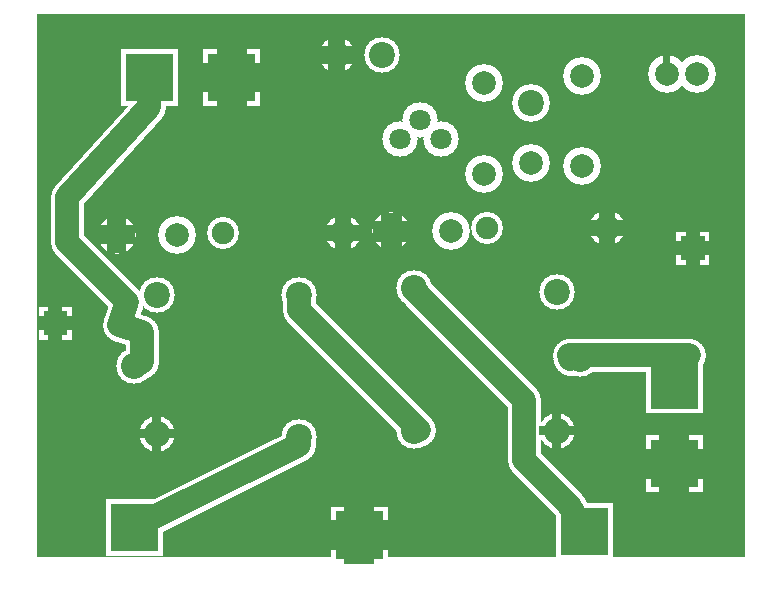
<source format=gbr>
%FSLAX34Y34*%
%MOMM*%
%LNCOPPER_TOP*%
G71*
G01*
%ADD10C,3.000*%
%ADD11C,3.000*%
%ADD12C,3.200*%
%ADD13C,2.700*%
%ADD14C,2.800*%
%ADD15C,2.800*%
%ADD16C,1.380*%
%ADD17C,0.733*%
%ADD18C,1.745*%
%ADD19C,1.452*%
%ADD20C,1.193*%
%ADD21C,1.657*%
%ADD22C,2.533*%
%ADD23C,0.667*%
%ADD24C,0.813*%
%ADD25C,2.200*%
%ADD26C,1.800*%
%ADD27C,2.000*%
%ADD28C,1.900*%
%ADD29C,2.000*%
%ADD30C,4.300*%
%LPD*%
G36*
X-177800Y174500D02*
X422200Y174500D01*
X422200Y-285500D01*
X-177800Y-285500D01*
X-177800Y174500D01*
G37*
%LPC*%
X44450Y-184150D02*
G54D10*
D03*
X-76200Y-180976D02*
G54D10*
D03*
X44450Y-63500D02*
G54D10*
D03*
X-76200Y-63500D02*
G54D10*
D03*
X-95013Y-123825D02*
G54D10*
D03*
G36*
X-106550Y144650D02*
X-58550Y144650D01*
X-58550Y96650D01*
X-106550Y96650D01*
X-106550Y144650D01*
G37*
G36*
X-119250Y-236350D02*
X-71250Y-236350D01*
X-71250Y-284350D01*
X-119250Y-284350D01*
X-119250Y-236350D01*
G37*
G36*
X261750Y-239525D02*
X309750Y-239525D01*
X309750Y-287525D01*
X261750Y-287525D01*
X261750Y-239525D01*
G37*
X141944Y-57762D02*
G54D10*
D03*
X262594Y-60936D02*
G54D10*
D03*
X141944Y-178412D02*
G54D10*
D03*
X262594Y-178412D02*
G54D10*
D03*
X281881Y-118087D02*
G54D10*
D03*
X164696Y68357D02*
G54D11*
D03*
X147121Y84256D02*
G54D11*
D03*
X129505Y68322D02*
G54D11*
D03*
X-110066Y-12446D02*
G54D12*
D03*
X-59086Y-12334D02*
G54D12*
D03*
X81743Y-10870D02*
G54D13*
D03*
X-19857Y-10870D02*
G54D13*
D03*
X81743Y-10870D02*
G54D14*
D03*
X81743Y-10870D02*
G54D10*
D03*
X-110066Y-12446D02*
G54D10*
D03*
X122405Y-9537D02*
G54D12*
D03*
X173385Y-9424D02*
G54D12*
D03*
X304938Y-7072D02*
G54D13*
D03*
X203338Y-7072D02*
G54D13*
D03*
X304938Y-7072D02*
G54D14*
D03*
X304938Y-7072D02*
G54D10*
D03*
X122405Y-9536D02*
G54D10*
D03*
X240919Y99310D02*
G54D12*
D03*
X241032Y48330D02*
G54D12*
D03*
X240919Y99310D02*
G54D10*
D03*
X201011Y39318D02*
G54D12*
D03*
X201061Y115568D02*
G54D12*
D03*
X283561Y45668D02*
G54D12*
D03*
X283611Y121918D02*
G54D12*
D03*
X76200Y139700D02*
G54D10*
D03*
X-76200Y-180976D02*
G54D10*
D03*
X262594Y-178412D02*
G54D10*
D03*
X114300Y139700D02*
G54D10*
D03*
G54D15*
X-95250Y-260350D02*
X44450Y-190500D01*
X44450Y-184150D01*
G54D15*
X141944Y-178412D02*
X146050Y-177800D01*
X44450Y-76200D01*
X44450Y-63500D01*
G54D15*
X141944Y-57762D02*
X146050Y-63500D01*
X234950Y-152400D01*
X234950Y-203200D01*
X273050Y-241300D01*
X285750Y-263525D01*
G54D15*
X371450Y-117500D02*
X374650Y-114300D01*
X273050Y-114300D01*
X273706Y-118087D01*
G36*
X337950Y-115700D02*
X385950Y-115700D01*
X385950Y-163700D01*
X337950Y-163700D01*
X337950Y-115700D01*
G37*
G36*
X391800Y-9800D02*
X391800Y-37800D01*
X363800Y-37800D01*
X363800Y-9800D01*
X391800Y-9800D01*
G37*
X-110066Y-12446D02*
G54D10*
D03*
G36*
X71250Y-242700D02*
X119250Y-242700D01*
X119250Y-290700D01*
X71250Y-290700D01*
X71250Y-242700D01*
G37*
G36*
X337950Y-182375D02*
X385950Y-182375D01*
X385950Y-230375D01*
X337950Y-230375D01*
X337950Y-182375D01*
G37*
G54D15*
X-82550Y120650D02*
X-82550Y95250D01*
X-152400Y19050D01*
X-152400Y-19050D01*
X-101600Y-69850D01*
X-107950Y-88900D01*
X-88900Y-95250D01*
X-88900Y-120650D01*
X-95013Y-123825D01*
X355500Y123700D02*
G54D12*
D03*
X381000Y123700D02*
G54D12*
D03*
G36*
X-36700Y144650D02*
X11300Y144650D01*
X11300Y96650D01*
X-36700Y96650D01*
X-36700Y144650D01*
G37*
G36*
X-147950Y-73300D02*
X-147950Y-101300D01*
X-175950Y-101300D01*
X-175950Y-73300D01*
X-147950Y-73300D01*
G37*
%LPD*%
G54D16*
G36*
X74843Y-10870D02*
X74843Y3630D01*
X88643Y3630D01*
X88643Y-10870D01*
X74843Y-10870D01*
G37*
G36*
X81743Y-3970D02*
X96243Y-3970D01*
X96243Y-17770D01*
X81743Y-17770D01*
X81743Y-3970D01*
G37*
G36*
X88643Y-10870D02*
X88643Y-25370D01*
X74843Y-25370D01*
X74843Y-10870D01*
X88643Y-10870D01*
G37*
G36*
X81743Y-17770D02*
X67243Y-17770D01*
X67243Y-3970D01*
X81743Y-3970D01*
X81743Y-17770D01*
G37*
G54D17*
G36*
X81743Y-14537D02*
X66243Y-14537D01*
X66243Y-7204D01*
X81743Y-7204D01*
X81743Y-14537D01*
G37*
G36*
X78076Y-10870D02*
X78076Y4630D01*
X85409Y4630D01*
X85409Y-10870D01*
X78076Y-10870D01*
G37*
G36*
X81743Y-7204D02*
X97243Y-7204D01*
X97243Y-14537D01*
X81743Y-14537D01*
X81743Y-7204D01*
G37*
G36*
X85409Y-10870D02*
X85409Y-26370D01*
X78076Y-26370D01*
X78076Y-10870D01*
X85409Y-10870D01*
G37*
G54D17*
G36*
X-110066Y-8779D02*
X-94566Y-8779D01*
X-94566Y-16113D01*
X-110066Y-16113D01*
X-110066Y-8779D01*
G37*
G36*
X-106399Y-12446D02*
X-106399Y-27946D01*
X-113733Y-27946D01*
X-113733Y-12446D01*
X-106399Y-12446D01*
G37*
G36*
X-110066Y-16113D02*
X-125566Y-16113D01*
X-125566Y-8779D01*
X-110066Y-8779D01*
X-110066Y-16113D01*
G37*
G36*
X-113733Y-12446D02*
X-113733Y3054D01*
X-106399Y3054D01*
X-106399Y-12446D01*
X-113733Y-12446D01*
G37*
G54D16*
G36*
X298038Y-7072D02*
X298038Y7428D01*
X311838Y7428D01*
X311838Y-7072D01*
X298038Y-7072D01*
G37*
G36*
X304938Y-172D02*
X319438Y-172D01*
X319438Y-13972D01*
X304938Y-13972D01*
X304938Y-172D01*
G37*
G36*
X311838Y-7072D02*
X311838Y-21572D01*
X298038Y-21572D01*
X298038Y-7072D01*
X311838Y-7072D01*
G37*
G36*
X304938Y-13972D02*
X290438Y-13972D01*
X290438Y-172D01*
X304938Y-172D01*
X304938Y-13972D01*
G37*
G54D17*
G36*
X304938Y-10739D02*
X289438Y-10739D01*
X289438Y-3406D01*
X304938Y-3406D01*
X304938Y-10739D01*
G37*
G36*
X301272Y-7072D02*
X301272Y8428D01*
X308605Y8428D01*
X308605Y-7072D01*
X301272Y-7072D01*
G37*
G36*
X304938Y-3406D02*
X320438Y-3406D01*
X320438Y-10739D01*
X304938Y-10739D01*
X304938Y-3406D01*
G37*
G36*
X308605Y-7072D02*
X308605Y-22572D01*
X301272Y-22572D01*
X301272Y-7072D01*
X308605Y-7072D01*
G37*
G54D18*
G36*
X122405Y-810D02*
X137905Y-810D01*
X137905Y-18263D01*
X122405Y-18263D01*
X122405Y-810D01*
G37*
G36*
X131131Y-9536D02*
X131131Y-25036D01*
X113678Y-25036D01*
X113678Y-9536D01*
X131131Y-9536D01*
G37*
G36*
X122405Y-18263D02*
X106905Y-18263D01*
X106905Y-810D01*
X122405Y-810D01*
X122405Y-18263D01*
G37*
G36*
X113678Y-9536D02*
X113678Y5964D01*
X131131Y5964D01*
X131131Y-9536D01*
X113678Y-9536D01*
G37*
G54D19*
G36*
X68940Y139700D02*
X68940Y155200D01*
X83460Y155200D01*
X83460Y139700D01*
X68940Y139700D01*
G37*
G36*
X76200Y146960D02*
X91700Y146960D01*
X91700Y132440D01*
X76200Y132440D01*
X76200Y146960D01*
G37*
G36*
X83460Y139700D02*
X83460Y124200D01*
X68940Y124200D01*
X68940Y139700D01*
X83460Y139700D01*
G37*
G36*
X76200Y132440D02*
X60700Y132440D01*
X60700Y146960D01*
X76200Y146960D01*
X76200Y132440D01*
G37*
G54D17*
G36*
X-76200Y-184642D02*
X-91700Y-184642D01*
X-91700Y-177309D01*
X-76200Y-177309D01*
X-76200Y-184642D01*
G37*
G36*
X-79867Y-180976D02*
X-79867Y-165476D01*
X-72534Y-165476D01*
X-72534Y-180976D01*
X-79867Y-180976D01*
G37*
G36*
X-76200Y-177309D02*
X-60700Y-177309D01*
X-60700Y-184642D01*
X-76200Y-184642D01*
X-76200Y-177309D01*
G37*
G36*
X-72534Y-180976D02*
X-72534Y-196476D01*
X-79867Y-196476D01*
X-79867Y-180976D01*
X-72534Y-180976D01*
G37*
G54D17*
G36*
X262594Y-182078D02*
X247094Y-182078D01*
X247094Y-174745D01*
X262594Y-174745D01*
X262594Y-182078D01*
G37*
G36*
X258927Y-178412D02*
X258927Y-162912D01*
X266260Y-162912D01*
X266260Y-178412D01*
X258927Y-178412D01*
G37*
G36*
X262594Y-174745D02*
X278094Y-174745D01*
X278094Y-182078D01*
X262594Y-182078D01*
X262594Y-174745D01*
G37*
G36*
X266260Y-178412D02*
X266260Y-193912D01*
X258927Y-193912D01*
X258927Y-178412D01*
X266260Y-178412D01*
G37*
G54D20*
G36*
X377800Y-17833D02*
X392300Y-17833D01*
X392300Y-29766D01*
X377800Y-29766D01*
X377800Y-17833D01*
G37*
G36*
X383766Y-23800D02*
X383766Y-38300D01*
X371833Y-38300D01*
X371833Y-23800D01*
X383766Y-23800D01*
G37*
G36*
X377800Y-29766D02*
X363300Y-29766D01*
X363300Y-17833D01*
X377800Y-17833D01*
X377800Y-29766D01*
G37*
G36*
X371833Y-23800D02*
X371833Y-9300D01*
X383766Y-9300D01*
X383766Y-23800D01*
X371833Y-23800D01*
G37*
G54D21*
G36*
X-110066Y-4160D02*
X-94566Y-4160D01*
X-94566Y-20733D01*
X-110066Y-20733D01*
X-110066Y-4160D01*
G37*
G36*
X-101780Y-12446D02*
X-101780Y-27946D01*
X-118353Y-27946D01*
X-118353Y-12446D01*
X-101780Y-12446D01*
G37*
G36*
X-110066Y-20733D02*
X-125566Y-20733D01*
X-125566Y-4160D01*
X-110066Y-4160D01*
X-110066Y-20733D01*
G37*
G36*
X-118353Y-12446D02*
X-118353Y3054D01*
X-101780Y3054D01*
X-101780Y-12446D01*
X-118353Y-12446D01*
G37*
G54D22*
G36*
X82583Y-266700D02*
X82583Y-242200D01*
X107917Y-242200D01*
X107917Y-266700D01*
X82583Y-266700D01*
G37*
G36*
X95250Y-254033D02*
X119750Y-254033D01*
X119750Y-279367D01*
X95250Y-279367D01*
X95250Y-254033D01*
G37*
G36*
X107917Y-266700D02*
X107917Y-291200D01*
X82583Y-291200D01*
X82583Y-266700D01*
X107917Y-266700D01*
G37*
G36*
X95250Y-279367D02*
X70750Y-279367D01*
X70750Y-254033D01*
X95250Y-254033D01*
X95250Y-279367D01*
G37*
G54D22*
G36*
X349283Y-206375D02*
X349283Y-181875D01*
X374617Y-181875D01*
X374617Y-206375D01*
X349283Y-206375D01*
G37*
G36*
X361950Y-193708D02*
X386450Y-193708D01*
X386450Y-219042D01*
X361950Y-219042D01*
X361950Y-193708D01*
G37*
G36*
X374617Y-206375D02*
X374617Y-230875D01*
X349283Y-230875D01*
X349283Y-206375D01*
X374617Y-206375D01*
G37*
G36*
X361950Y-219042D02*
X337450Y-219042D01*
X337450Y-193708D01*
X361950Y-193708D01*
X361950Y-219042D01*
G37*
G54D23*
G36*
X352166Y123700D02*
X352166Y140200D01*
X358833Y140200D01*
X358833Y123700D01*
X352166Y123700D01*
G37*
G54D24*
G54D22*
G36*
X-25367Y120650D02*
X-25367Y145150D01*
X-33Y145150D01*
X-33Y120650D01*
X-25367Y120650D01*
G37*
G36*
X-12700Y133317D02*
X11800Y133317D01*
X11800Y107983D01*
X-12700Y107983D01*
X-12700Y133317D01*
G37*
G36*
X-33Y120650D02*
X-33Y96150D01*
X-25367Y96150D01*
X-25367Y120650D01*
X-33Y120650D01*
G37*
G36*
X-12700Y107983D02*
X-37200Y107983D01*
X-37200Y133317D01*
X-12700Y133317D01*
X-12700Y107983D01*
G37*
G54D20*
G36*
X-161950Y-81333D02*
X-147450Y-81333D01*
X-147450Y-93266D01*
X-161950Y-93266D01*
X-161950Y-81333D01*
G37*
G36*
X-155984Y-87300D02*
X-155984Y-101800D01*
X-167917Y-101800D01*
X-167917Y-87300D01*
X-155984Y-87300D01*
G37*
G36*
X-161950Y-93266D02*
X-176450Y-93266D01*
X-176450Y-81333D01*
X-161950Y-81333D01*
X-161950Y-93266D01*
G37*
G36*
X-167917Y-87300D02*
X-167917Y-72800D01*
X-155984Y-72800D01*
X-155984Y-87300D01*
X-167917Y-87300D01*
G37*
X44450Y-184150D02*
G54D25*
D03*
X-76200Y-180976D02*
G54D25*
D03*
X44450Y-63500D02*
G54D25*
D03*
X-76200Y-63500D02*
G54D25*
D03*
X-95013Y-123825D02*
G54D25*
D03*
G36*
X-102550Y140650D02*
X-62550Y140650D01*
X-62550Y100650D01*
X-102550Y100650D01*
X-102550Y140650D01*
G37*
G36*
X-115250Y-240350D02*
X-75250Y-240350D01*
X-75250Y-280350D01*
X-115250Y-280350D01*
X-115250Y-240350D01*
G37*
G36*
X265750Y-243525D02*
X305750Y-243525D01*
X305750Y-283525D01*
X265750Y-283525D01*
X265750Y-243525D01*
G37*
X141944Y-57762D02*
G54D25*
D03*
X262594Y-60936D02*
G54D25*
D03*
X141944Y-178412D02*
G54D25*
D03*
X262594Y-178412D02*
G54D25*
D03*
X281881Y-118087D02*
G54D25*
D03*
X164696Y68357D02*
G54D26*
D03*
X147121Y84256D02*
G54D26*
D03*
X129505Y68322D02*
G54D26*
D03*
X-110066Y-12446D02*
G54D27*
D03*
X-59086Y-12334D02*
G54D27*
D03*
X81743Y-10870D02*
G54D28*
D03*
X-19857Y-10870D02*
G54D28*
D03*
X81743Y-10870D02*
G54D27*
D03*
X81743Y-10870D02*
G54D25*
D03*
X-110066Y-12446D02*
G54D25*
D03*
X122405Y-9537D02*
G54D27*
D03*
X173385Y-9424D02*
G54D27*
D03*
X304938Y-7072D02*
G54D28*
D03*
X203338Y-7072D02*
G54D28*
D03*
X304938Y-7072D02*
G54D27*
D03*
X304938Y-7072D02*
G54D25*
D03*
X122405Y-9536D02*
G54D25*
D03*
X240919Y99310D02*
G54D27*
D03*
X241032Y48330D02*
G54D27*
D03*
X240919Y99310D02*
G54D25*
D03*
X201011Y39318D02*
G54D27*
D03*
X201061Y115568D02*
G54D27*
D03*
X283561Y45668D02*
G54D27*
D03*
X283611Y121918D02*
G54D27*
D03*
X76200Y139700D02*
G54D25*
D03*
X-76200Y-180976D02*
G54D25*
D03*
X262594Y-178412D02*
G54D25*
D03*
X114300Y139700D02*
G54D25*
D03*
G54D29*
X-95250Y-260350D02*
X44450Y-190500D01*
X44450Y-184150D01*
G54D29*
X141944Y-178412D02*
X146050Y-177800D01*
X44450Y-76200D01*
X44450Y-63500D01*
G54D29*
X141944Y-57762D02*
X146050Y-63500D01*
X234950Y-152400D01*
X234950Y-203200D01*
X273050Y-241300D01*
X285750Y-263525D01*
G54D29*
X371450Y-117500D02*
X374650Y-114300D01*
X273050Y-114300D01*
X273706Y-118087D01*
G36*
X341950Y-119700D02*
X381950Y-119700D01*
X381950Y-159700D01*
X341950Y-159700D01*
X341950Y-119700D01*
G37*
X393700Y66550D02*
G54D30*
D03*
X393700Y-260475D02*
G54D30*
D03*
X-152400Y130050D02*
G54D30*
D03*
G36*
X387800Y-13800D02*
X387800Y-33800D01*
X367800Y-33800D01*
X367800Y-13800D01*
X387800Y-13800D01*
G37*
X-110066Y-12446D02*
G54D25*
D03*
G36*
X75250Y-246700D02*
X115250Y-246700D01*
X115250Y-286700D01*
X75250Y-286700D01*
X75250Y-246700D01*
G37*
G36*
X341950Y-186375D02*
X381950Y-186375D01*
X381950Y-226375D01*
X341950Y-226375D01*
X341950Y-186375D01*
G37*
G54D29*
X-82550Y120650D02*
X-82550Y95250D01*
X-152400Y19050D01*
X-152400Y-19050D01*
X-101600Y-69850D01*
X-107950Y-88900D01*
X-88900Y-95250D01*
X-88900Y-120650D01*
X-95013Y-123825D01*
X355500Y123700D02*
G54D27*
D03*
X381000Y123700D02*
G54D27*
D03*
X-152400Y-260475D02*
G54D30*
D03*
G36*
X-32700Y140650D02*
X7300Y140650D01*
X7300Y100650D01*
X-32700Y100650D01*
X-32700Y140650D01*
G37*
G36*
X-151950Y-77300D02*
X-151950Y-97300D01*
X-171950Y-97300D01*
X-171950Y-77300D01*
X-151950Y-77300D01*
G37*
M02*

</source>
